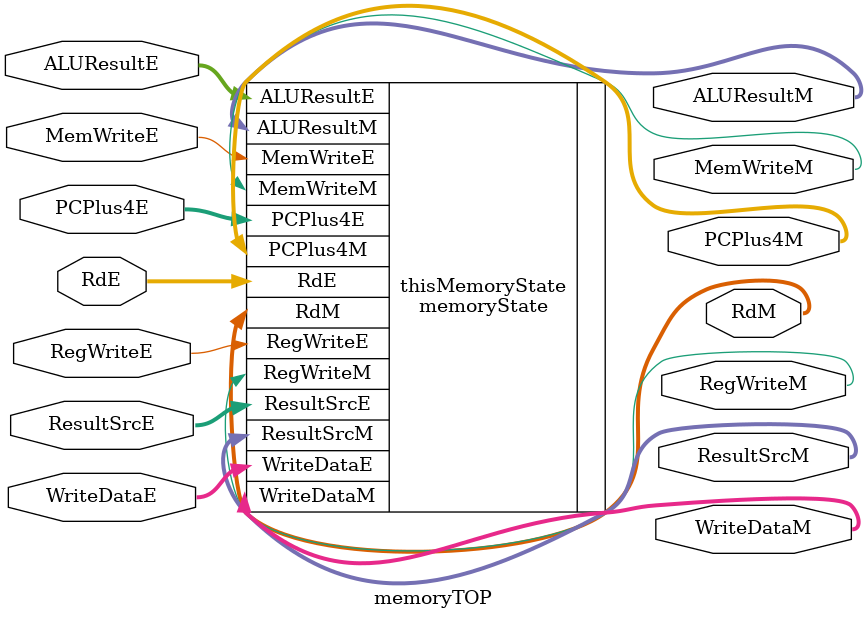
<source format=sv>
`include "/home/saviour/study/riscv/pipeline5/memory/memory_state.sv"

module memoryTOP #(
    parameter
    word_width = 32
) (
    input logic RegWriteE,
    input logic [1:0] ResultSrcE,
    input logic MemWriteE,
    input logic [word_width-1: 0] ALUResultE,
    input logic [word_width-1: 0] WriteDataE,
    input logic [4:0] RdE,
    input logic [word_width-1:0] PCPlus4E,

    output logic RegWriteM,
    output logic [1:0] ResultSrcM,
    output logic MemWriteM,
    output logic [word_width-1: 0] ALUResultM,
    output logic [word_width-1: 0] WriteDataM,
    output logic [4:0] RdM,
    output logic [word_width-1:0] PCPlus4M

);

memoryState 
#(
  .word_width (
      word_width )
)
thisMemoryState (
  .RegWriteE (RegWriteE ),
  .ResultSrcE (ResultSrcE ),
  .MemWriteE (MemWriteE ),
  .ALUResultE (ALUResultE ),
  .WriteDataE (WriteDataE ),
  .RdE (RdE ),
  .PCPlus4E (PCPlus4E ),
  .RegWriteM (RegWriteM ),
  .ResultSrcM (ResultSrcM ),
  .MemWriteM (MemWriteM ),
  .ALUResultM (ALUResultM ),
  .WriteDataM (WriteDataM ),
  .RdM (RdM ),
  .PCPlus4M  ( PCPlus4M)
);



    
endmodule
</source>
